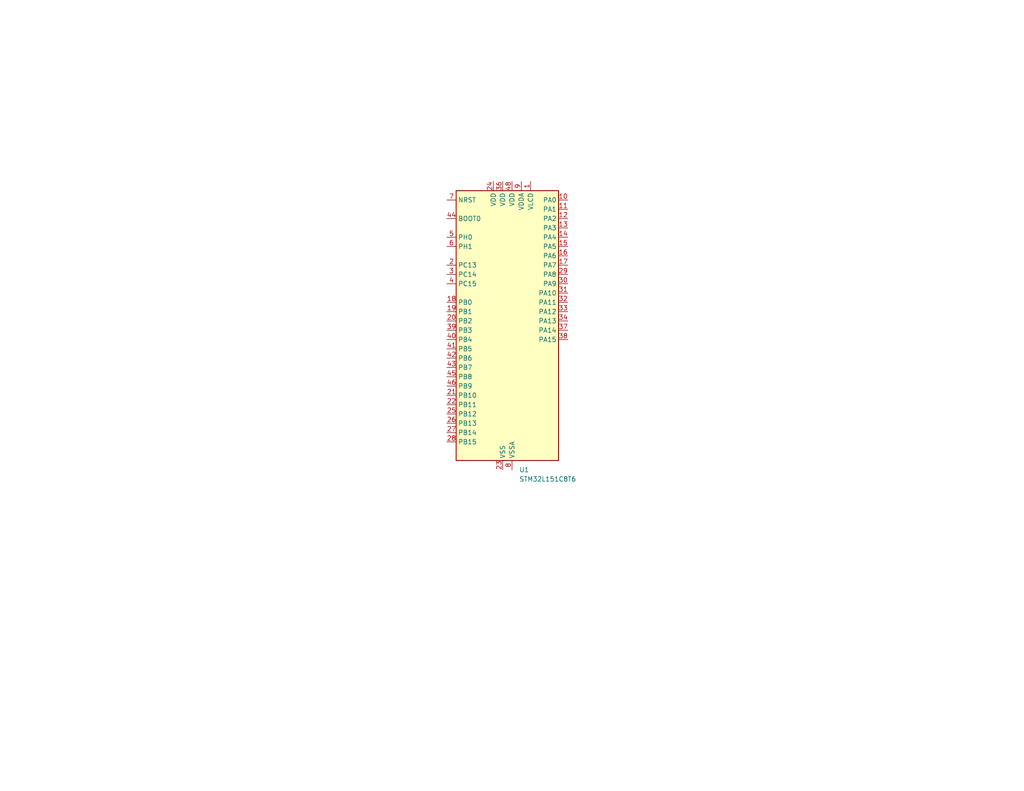
<source format=kicad_sch>
(kicad_sch (version 20230121) (generator eeschema)
  (paper "USLetter")
  (title_block (title "Wireless Sensor CPU Board") (date "2023-04-25") (rev "1") (company "NSE Labs"))
  (lib_symbols
    (symbol "MCU_ST_STM32L1:STM32L151C8Tx"
      (property "Reference" "U" (at -12.7 39.37 0))
      (property "Value" "STM32L151C8Tx" (at 10.16 39.37 0))
      (symbol "STM32L151C8Tx_0_1"
        (rectangle (start -12.7 -35.56) (end 15.24 38.1) (stroke (width 0.254)) (fill (type background)))
      )
      (symbol "STM32L151C8Tx_1_1"
        (pin power_in line (at 7.62 40.64 270) (length 2.54) (name "VLCD") (number "1"))
        (pin bidirectional line (at 17.78 35.56 180) (length 2.54) (name "PA0") (number "10"))
        (pin bidirectional line (at 17.78 33.02 180) (length 2.54) (name "PA1") (number "11"))
        (pin bidirectional line (at 17.78 30.48 180) (length 2.54) (name "PA2") (number "12"))
        (pin bidirectional line (at 17.78 27.94 180) (length 2.54) (name "PA3") (number "13"))
        (pin bidirectional line (at 17.78 25.4 180) (length 2.54) (name "PA4") (number "14"))
        (pin bidirectional line (at 17.78 22.86 180) (length 2.54) (name "PA5") (number "15"))
        (pin bidirectional line (at 17.78 20.32 180) (length 2.54) (name "PA6") (number "16"))
        (pin bidirectional line (at 17.78 17.78 180) (length 2.54) (name "PA7") (number "17"))
        (pin bidirectional line (at -15.24 7.62 0) (length 2.54) (name "PB0") (number "18"))
        (pin bidirectional line (at -15.24 5.08 0) (length 2.54) (name "PB1") (number "19"))
        (pin bidirectional line (at -15.24 17.78 0) (length 2.54) (name "PC13") (number "2"))
        (pin bidirectional line (at -15.24 2.54 0) (length 2.54) (name "PB2") (number "20"))
        (pin bidirectional line (at -15.24 -17.78 0) (length 2.54) (name "PB10") (number "21"))
        (pin bidirectional line (at -15.24 -20.32 0) (length 2.54) (name "PB11") (number "22"))
        (pin power_in line (at 0 -38.1 90) (length 2.54) (name "VSS") (number "23"))
        (pin power_in line (at -2.54 40.64 270) (length 2.54) (name "VDD") (number "24"))
        (pin bidirectional line (at -15.24 -22.86 0) (length 2.54) (name "PB12") (number "25"))
        (pin bidirectional line (at -15.24 -25.4 0) (length 2.54) (name "PB13") (number "26"))
        (pin bidirectional line (at -15.24 -27.94 0) (length 2.54) (name "PB14") (number "27"))
        (pin bidirectional line (at -15.24 -30.48 0) (length 2.54) (name "PB15") (number "28"))
        (pin bidirectional line (at 17.78 15.24 180) (length 2.54) (name "PA8") (number "29"))
        (pin bidirectional line (at -15.24 15.24 0) (length 2.54) (name "PC14") (number "3"))
        (pin bidirectional line (at 17.78 12.7 180) (length 2.54) (name "PA9") (number "30"))
        (pin bidirectional line (at 17.78 10.16 180) (length 2.54) (name "PA10") (number "31"))
        (pin bidirectional line (at 17.78 7.62 180) (length 2.54) (name "PA11") (number "32"))
        (pin bidirectional line (at 17.78 5.08 180) (length 2.54) (name "PA12") (number "33"))
        (pin bidirectional line (at 17.78 2.54 180) (length 2.54) (name "PA13") (number "34"))
        (pin passive line (at 0 -38.1 90) (length 2.54) hide (name "VSS") (number "35"))
        (pin power_in line (at 0 40.64 270) (length 2.54) (name "VDD") (number "36"))
        (pin bidirectional line (at 17.78 0 180) (length 2.54) (name "PA14") (number "37"))
        (pin bidirectional line (at 17.78 -2.54 180) (length 2.54) (name "PA15") (number "38"))
        (pin bidirectional line (at -15.24 0 0) (length 2.54) (name "PB3") (number "39"))
        (pin bidirectional line (at -15.24 12.7 0) (length 2.54) (name "PC15") (number "4"))
        (pin bidirectional line (at -15.24 -2.54 0) (length 2.54) (name "PB4") (number "40"))
        (pin bidirectional line (at -15.24 -5.08 0) (length 2.54) (name "PB5") (number "41"))
        (pin bidirectional line (at -15.24 -7.62 0) (length 2.54) (name "PB6") (number "42"))
        (pin bidirectional line (at -15.24 -10.16 0) (length 2.54) (name "PB7") (number "43"))
        (pin input line (at -15.24 30.48 0) (length 2.54) (name "BOOT0") (number "44"))
        (pin bidirectional line (at -15.24 -12.7 0) (length 2.54) (name "PB8") (number "45"))
        (pin bidirectional line (at -15.24 -15.24 0) (length 2.54) (name "PB9") (number "46"))
        (pin passive line (at 0 -38.1 90) (length 2.54) hide (name "VSS") (number "47"))
        (pin power_in line (at 2.54 40.64 270) (length 2.54) (name "VDD") (number "48"))
        (pin bidirectional line (at -15.24 25.4 0) (length 2.54) (name "PH0") (number "5"))
        (pin bidirectional line (at -15.24 22.86 0) (length 2.54) (name "PH1") (number "6"))
        (pin input line (at -15.24 35.56 0) (length 2.54) (name "NRST") (number "7"))
        (pin power_in line (at 2.54 -38.1 90) (length 2.54) (name "VSSA") (number "8"))
        (pin power_in line (at 5.08 40.64 270) (length 2.54) (name "VDDA") (number "9"))
      )
    )
  )
  (symbol (lib_id "MCU_ST_STM32L1:STM32L151C8Tx") (at 137.16 90.17 0) (unit 1)
    (property "Reference" "U1" (at 141.6559 128.27 0) (effects (justify left)))
    (property "Value" "STM32L151C8T6" (at 141.6559 130.81 0) (effects (justify left)))
    (property "Footprint" "Package_QFP:LQFP-48_7x7mm_P0.5mm" (effects hide))
    (property "Datasheet" "https://www.st.com/resource/en/datasheet/stm32l151c8.pdf" (effects hide))
  )
)
</source>
